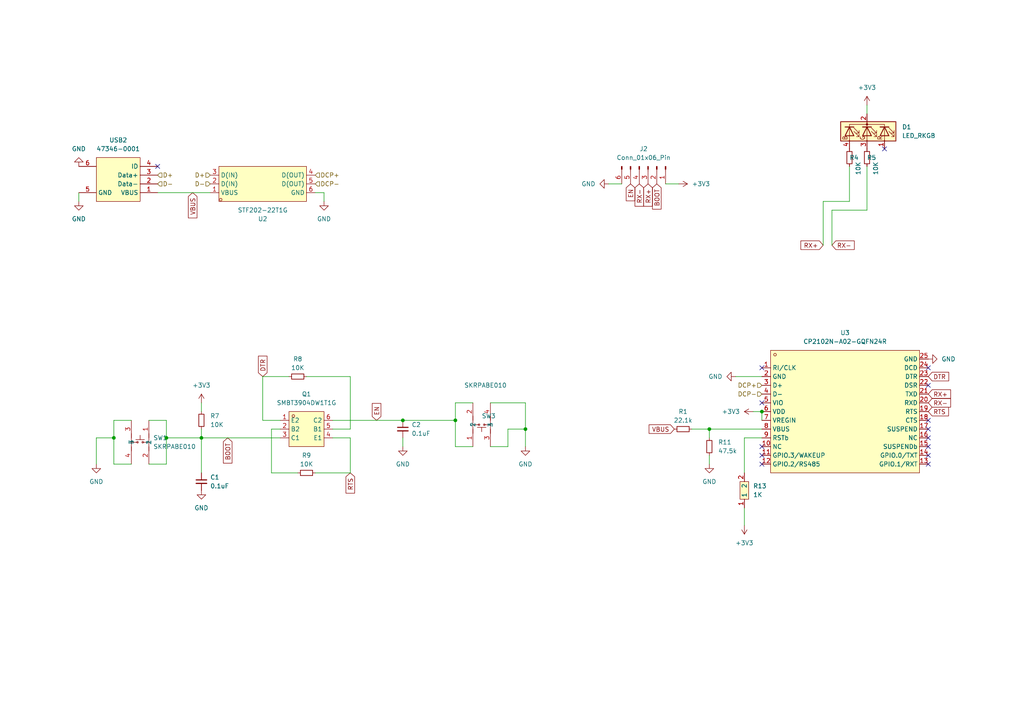
<source format=kicad_sch>
(kicad_sch (version 20230121) (generator eeschema)
  (paper "A4")
  (lib_symbols
    (symbol "Connector:Conn_01x06_Pin" (pin_names (offset 1.016) hide)
      (property "Reference" "J" (at 0 7.62 0))
      (property "Value" "Conn_01x06_Pin" (at 0 -10.16 0))
      (symbol "Conn_01x06_Pin_1_1"
        (polyline (pts (xy 1.27 -7.62) (xy 0.8636 -7.62)) (stroke (width 0.1524)))
        (polyline (pts (xy 1.27 -5.08) (xy 0.8636 -5.08)) (stroke (width 0.1524)))
        (polyline (pts (xy 1.27 -2.54) (xy 0.8636 -2.54)) (stroke (width 0.1524)))
        (polyline (pts (xy 1.27 0) (xy 0.8636 0)) (stroke (width 0.1524)))
        (polyline (pts (xy 1.27 2.54) (xy 0.8636 2.54)) (stroke (width 0.1524)))
        (polyline (pts (xy 1.27 5.08) (xy 0.8636 5.08)) (stroke (width 0.1524)))
        (rectangle (start 0.8636 -7.493) (end 0 -7.747) (stroke (width 0.1524)) (fill (type outline)))
        (rectangle (start 0.8636 -4.953) (end 0 -5.207) (stroke (width 0.1524)) (fill (type outline)))
        (rectangle (start 0.8636 -2.413) (end 0 -2.667) (stroke (width 0.1524)) (fill (type outline)))
        (rectangle (start 0.8636 0.127) (end 0 -0.127) (stroke (width 0.1524)) (fill (type outline)))
        (rectangle (start 0.8636 2.667) (end 0 2.413) (stroke (width 0.1524)) (fill (type outline)))
        (rectangle (start 0.8636 5.207) (end 0 4.953) (stroke (width 0.1524)) (fill (type outline)))
        (pin passive line (at 5.08 5.08 180) (length 3.81) (name "Pin_1") (number "1"))
        (pin passive line (at 5.08 2.54 180) (length 3.81) (name "Pin_2") (number "2"))
        (pin passive line (at 5.08 0 180) (length 3.81) (name "Pin_3") (number "3"))
        (pin passive line (at 5.08 -2.54 180) (length 3.81) (name "Pin_4") (number "4"))
        (pin passive line (at 5.08 -5.08 180) (length 3.81) (name "Pin_5") (number "5"))
        (pin passive line (at 5.08 -7.62 180) (length 3.81) (name "Pin_6") (number "6"))
      )
    )
    (symbol "Device:C_Small" (pin_numbers hide) (pin_names (offset 0.254) hide)
      (property "Reference" "C" (at 0.254 1.778 0))
      (property "Value" "C_Small" (at 0.254 -2.032 0))
      (symbol "C_Small_0_1"
        (polyline (pts (xy -1.524 -0.508) (xy 1.524 -0.508)) (stroke (width 0.3302)))
        (polyline (pts (xy -1.524 0.508) (xy 1.524 0.508)) (stroke (width 0.3048)))
      )
      (symbol "C_Small_1_1"
        (pin passive line (at 0 2.54 270) (length 2.032) (name "~") (number "1"))
        (pin passive line (at 0 -2.54 90) (length 2.032) (name "~") (number "2"))
      )
    )
    (symbol "Device:LED_RKGB" (pin_names (offset 0) hide)
      (property "Reference" "D" (at 0 9.398 0))
      (property "Value" "LED_RKGB" (at 0 -8.89 0))
      (symbol "LED_RKGB_0_0"
        (text "B" (at 1.905 -6.35 0) (effects (font (size 1.27 1.27))))
        (text "G" (at 1.905 -1.27 0) (effects (font (size 1.27 1.27))))
        (text "R" (at 1.905 3.81 0) (effects (font (size 1.27 1.27))))
      )
      (symbol "LED_RKGB_0_1"
        (circle (center -2.032 0) (radius 0.254) (fill (type outline)))
        (polyline (pts (xy -1.27 -5.08) (xy 1.27 -5.08)))
        (polyline (pts (xy -1.27 -3.81) (xy -1.27 -6.35)) (stroke (width 0.254)))
        (polyline (pts (xy -1.27 0) (xy -2.54 0)))
        (polyline (pts (xy -1.27 1.27) (xy -1.27 -1.27)) (stroke (width 0.254)))
        (polyline (pts (xy -1.27 5.08) (xy 1.27 5.08)))
        (polyline (pts (xy -1.27 6.35) (xy -1.27 3.81)) (stroke (width 0.254)))
        (polyline (pts (xy 1.27 -5.08) (xy 2.54 -5.08)))
        (polyline (pts (xy 1.27 0) (xy -1.27 0)))
        (polyline (pts (xy 1.27 0) (xy 2.54 0)))
        (polyline (pts (xy 1.27 5.08) (xy 2.54 5.08)))
        (polyline (pts (xy -1.27 1.27) (xy -1.27 -1.27) (xy -1.27 -1.27)))
        (polyline (pts (xy -1.27 6.35) (xy -1.27 3.81) (xy -1.27 3.81)))
        (polyline (pts (xy -1.27 5.08) (xy -2.032 5.08) (xy -2.032 -5.08) (xy -1.016 -5.08)))
        (polyline (pts (xy 1.27 -3.81) (xy 1.27 -6.35) (xy -1.27 -5.08) (xy 1.27 -3.81)) (stroke (width 0.254)))
        (polyline (pts (xy 1.27 1.27) (xy 1.27 -1.27) (xy -1.27 0) (xy 1.27 1.27)) (stroke (width 0.254)))
        (polyline (pts (xy 1.27 6.35) (xy 1.27 3.81) (xy -1.27 5.08) (xy 1.27 6.35)) (stroke (width 0.254)))
        (polyline (pts (xy -1.016 -3.81) (xy 0.508 -2.286) (xy -0.254 -2.286) (xy 0.508 -2.286) (xy 0.508 -3.048)))
        (polyline (pts (xy -1.016 1.27) (xy 0.508 2.794) (xy -0.254 2.794) (xy 0.508 2.794) (xy 0.508 2.032)))
        (polyline (pts (xy -1.016 6.35) (xy 0.508 7.874) (xy -0.254 7.874) (xy 0.508 7.874) (xy 0.508 7.112)))
        (polyline (pts (xy 0 -3.81) (xy 1.524 -2.286) (xy 0.762 -2.286) (xy 1.524 -2.286) (xy 1.524 -3.048)))
        (polyline (pts (xy 0 1.27) (xy 1.524 2.794) (xy 0.762 2.794) (xy 1.524 2.794) (xy 1.524 2.032)))
        (polyline (pts (xy 0 6.35) (xy 1.524 7.874) (xy 0.762 7.874) (xy 1.524 7.874) (xy 1.524 7.112)))
        (rectangle (start 1.27 -1.27) (end 1.27 1.27))
        (rectangle (start 1.27 1.27) (end 1.27 1.27))
        (rectangle (start 1.27 3.81) (end 1.27 6.35))
        (rectangle (start 1.27 6.35) (end 1.27 6.35))
        (rectangle (start 2.794 8.382) (end -2.794 -7.62) (stroke (width 0.254)) (fill (type background)))
      )
      (symbol "LED_RKGB_1_1"
        (pin passive line (at 5.08 5.08 180) (length 2.54) (name "RA") (number "1"))
        (pin passive line (at -5.08 0 0) (length 2.54) (name "K") (number "2"))
        (pin passive line (at 5.08 0 180) (length 2.54) (name "GA") (number "3"))
        (pin passive line (at 5.08 -5.08 180) (length 2.54) (name "BA") (number "4"))
      )
    )
    (symbol "Device:R_Small" (pin_numbers hide) (pin_names (offset 0.254) hide)
      (property "Reference" "R" (at 0.762 0.508 0))
      (property "Value" "R_Small" (at 0.762 -1.016 0))
      (symbol "R_Small_0_1"
        (rectangle (start -0.762 1.778) (end 0.762 -1.778) (stroke (width 0.2032)))
      )
      (symbol "R_Small_1_1"
        (pin passive line (at 0 2.54 270) (length 0.762) (name "~") (number "1"))
        (pin passive line (at 0 -2.54 90) (length 0.762) (name "~") (number "2"))
      )
    )
    (symbol "easyeda2kicad:47346-0001"
      (property "Reference" "USB" (at 0 8.89 0))
      (property "Value" "47346-0001" (at 0 -8.89 0))
      (symbol "47346-0001_0_1"
        (rectangle (start -6.35 6.35) (end 6.35 -6.35) (fill (type background)))
        (pin bidirectional line (at -11.43 3.81 0) (length 5.08) (name "VBUS") (number "1"))
        (pin input line (at -11.43 1.27 0) (length 5.08) (name "Data-") (number "2"))
        (pin input line (at -11.43 -1.27 0) (length 5.08) (name "Data+") (number "3"))
        (pin bidirectional line (at -11.43 -3.81 0) (length 5.08) (name "ID") (number "4"))
        (pin bidirectional line (at 11.43 3.81 180) (length 5.08) (name "GND") (number "5"))
        (pin unspecified line (at 11.43 -3.81 180) (length 5.08) (name "") (number "6"))
      )
    )
    (symbol "easyeda2kicad:CP2102N-A02-GQFN24R"
      (property "Reference" "U" (at 0 20.32 0))
      (property "Value" "CP2102N-A02-GQFN24R" (at 0 -20.32 0))
      (symbol "CP2102N-A02-GQFN24R_0_1"
        (rectangle (start -21.59 17.78) (end 21.59 -17.78) (fill (type background)))
        (circle (center -20.32 16.51) (radius 0.38))
        (pin unspecified line (at -24.13 12.7 0) (length 2.54) (name "RI/CLK") (number "1"))
        (pin unspecified line (at -24.13 -10.16 0) (length 2.54) (name "NC") (number "10"))
        (pin unspecified line (at -24.13 -12.7 0) (length 2.54) (name "GPIO.3/WAKEUP") (number "11"))
        (pin unspecified line (at -24.13 -15.24 0) (length 2.54) (name "GPIO.2/RS485") (number "12"))
        (pin unspecified line (at 24.13 -15.24 180) (length 2.54) (name "GPIO.1/RXT") (number "13"))
        (pin unspecified line (at 24.13 -12.7 180) (length 2.54) (name "GPIO.0/TXT") (number "14"))
        (pin unspecified line (at 24.13 -10.16 180) (length 2.54) (name "SUSPENDb") (number "15"))
        (pin unspecified line (at 24.13 -7.62 180) (length 2.54) (name "NC") (number "16"))
        (pin unspecified line (at 24.13 -5.08 180) (length 2.54) (name "SUSPEND") (number "17"))
        (pin unspecified line (at 24.13 -2.54 180) (length 2.54) (name "CTS") (number "18"))
        (pin unspecified line (at 24.13 0 180) (length 2.54) (name "RTS") (number "19"))
        (pin unspecified line (at -24.13 10.16 0) (length 2.54) (name "GND") (number "2"))
        (pin unspecified line (at 24.13 2.54 180) (length 2.54) (name "RXD") (number "20"))
        (pin unspecified line (at 24.13 5.08 180) (length 2.54) (name "TXD") (number "21"))
        (pin unspecified line (at 24.13 7.62 180) (length 2.54) (name "DSR") (number "22"))
        (pin unspecified line (at 24.13 10.16 180) (length 2.54) (name "DTR") (number "23"))
        (pin unspecified line (at 24.13 12.7 180) (length 2.54) (name "DCD") (number "24"))
        (pin unspecified line (at 24.13 15.24 180) (length 2.54) (name "GND") (number "25"))
        (pin unspecified line (at -24.13 7.62 0) (length 2.54) (name "D+") (number "3"))
        (pin unspecified line (at -24.13 5.08 0) (length 2.54) (name "D-") (number "4"))
        (pin unspecified line (at -24.13 2.54 0) (length 2.54) (name "VIO") (number "5"))
        (pin unspecified line (at -24.13 0 0) (length 2.54) (name "VDD") (number "6"))
        (pin unspecified line (at -24.13 -2.54 0) (length 2.54) (name "VREGIN") (number "7"))
        (pin unspecified line (at -24.13 -5.08 0) (length 2.54) (name "VBUS") (number "8"))
        (pin unspecified line (at -24.13 -7.62 0) (length 2.54) (name "RSTb") (number "9"))
      )
    )
    (symbol "easyeda2kicad:ERJ-1GEF1001C"
      (property "Reference" "R" (at 0 5.08 0))
      (property "Value" "ERJ-1GEF1001C" (at 0 -5.08 0))
      (symbol "ERJ-1GEF1001C_0_1"
        (rectangle (start -2.54 1.27) (end 2.54 -1.27) (fill (type background)))
        (pin unspecified line (at -5.08 0 0) (length 2.54) (name "1") (number "1"))
        (pin unspecified line (at 5.08 0 180) (length 2.54) (name "2") (number "2"))
      )
    )
    (symbol "easyeda2kicad:SKRPABE010"
      (property "Reference" "SW" (at 0 7.62 0))
      (property "Value" "SKRPABE010" (at 0 -7.62 0))
      (symbol "SKRPABE010_0_1"
        (circle (center 0 -0.76) (radius 0.25))
        (polyline (pts (xy -2.54 -2.54) (xy 2.54 -2.54)))
        (polyline (pts (xy -2.54 2.54) (xy 2.54 2.54)))
        (polyline (pts (xy -0.76 -1.27) (xy -0.76 1.27)))
        (polyline (pts (xy -0.76 0) (xy -2.03 0)))
        (polyline (pts (xy 0 -2.54) (xy 0 -0.76)))
        (polyline (pts (xy 0 1.52) (xy 0 0.76)))
        (polyline (pts (xy 0 2.54) (xy 0 1.52)))
        (circle (center 0 0.76) (radius 0.25))
        (pin unspecified line (at -6.35 2.54 0) (length 5.08) (name "1") (number "1"))
        (pin unspecified line (at 6.35 2.54 180) (length 5.08) (name "2") (number "2"))
        (pin unspecified line (at -6.35 -2.54 0) (length 5.08) (name "3") (number "3"))
        (pin unspecified line (at 6.35 -2.54 180) (length 5.08) (name "4") (number "4"))
      )
    )
    (symbol "easyeda2kicad:SMBT3904DW1T1G"
      (property "Reference" "Q" (at 0 7.62 0))
      (property "Value" "SMBT3904DW1T1G" (at 0 -7.62 0))
      (symbol "SMBT3904DW1T1G_0_1"
        (rectangle (start -5.08 5.08) (end 5.08 -5.08) (fill (type background)))
        (circle (center -3.81 3.81) (radius 0.38))
        (pin unspecified line (at -7.62 2.54 0) (length 2.54) (name "E2") (number "1"))
        (pin unspecified line (at -7.62 0 0) (length 2.54) (name "B2") (number "2"))
        (pin unspecified line (at -7.62 -2.54 0) (length 2.54) (name "C1") (number "3"))
        (pin unspecified line (at 7.62 -2.54 180) (length 2.54) (name "E1") (number "4"))
        (pin unspecified line (at 7.62 0 180) (length 2.54) (name "B1") (number "5"))
        (pin unspecified line (at 7.62 2.54 180) (length 2.54) (name "C2") (number "6"))
      )
    )
    (symbol "easyeda2kicad:STF202-22T1G"
      (property "Reference" "U" (at 0 7.62 0))
      (property "Value" "STF202-22T1G" (at 0 -7.62 0))
      (symbol "STF202-22T1G_0_1"
        (rectangle (start -12.7 5.08) (end 12.7 -5.08) (fill (type background)))
        (circle (center -12.19 4.57) (radius 0.38))
        (pin unspecified line (at -15.24 2.54 0) (length 2.54) (name "VBUS") (number "1"))
        (pin unspecified line (at -15.24 0 0) (length 2.54) (name "D(IN)") (number "2"))
        (pin unspecified line (at -15.24 -2.54 0) (length 2.54) (name "D(IN)") (number "3"))
        (pin unspecified line (at 15.24 -2.54 180) (length 2.54) (name "D(OUT)") (number "4"))
        (pin unspecified line (at 15.24 0 180) (length 2.54) (name "D(OUT)") (number "5"))
        (pin unspecified line (at 15.24 2.54 180) (length 2.54) (name "GND") (number "6"))
      )
    )
    (symbol "power:+3V3" (power) (pin_names (offset 0))
      (property "Value" "+3V3" (at 0 3.556 0))
      (symbol "+3V3_0_1"
        (polyline (pts (xy -0.762 1.27) (xy 0 2.54)))
        (polyline (pts (xy 0 0) (xy 0 2.54)))
        (polyline (pts (xy 0 2.54) (xy 0.762 1.27)))
      )
      (symbol "+3V3_1_1"
        (pin power_in line (at 0 0 90) (length 0) hide (name "+3V3") (number "1"))
      )
    )
    (symbol "power:GND" (power) (pin_names (offset 0))
      (property "Value" "GND" (at 0 -3.81 0))
      (symbol "GND_0_1"
        (polyline (pts (xy 0 0) (xy 0 -1.27) (xy 1.27 -1.27) (xy 0 -2.54) (xy -1.27 -1.27) (xy 0 -1.27)))
      )
      (symbol "GND_1_1"
        (pin power_in line (at 0 0 270) (length 0) hide (name "GND") (number "1"))
      )
    )
  )
  (junction (at 116.84 121.92))
  (junction (at 152.4 124.46))
  (junction (at 205.74 124.46))
  (junction (at 58.42 127))
  (junction (at 220.98 119.38))
  (junction (at 33.02 127))
  (junction (at 132.08 121.92))
  (junction (at 48.26 127))
  (no_connect (at 269.24 132.08))
  (no_connect (at 269.24 121.92))
  (no_connect (at 220.98 106.68))
  (no_connect (at 269.24 127))
  (no_connect (at 220.98 129.54))
  (no_connect (at 269.24 111.76))
  (no_connect (at 269.24 124.46))
  (no_connect (at 220.98 132.08))
  (no_connect (at 269.24 129.54))
  (no_connect (at 256.54 43.18))
  (no_connect (at 269.24 106.68))
  (no_connect (at 220.98 134.62))
  (no_connect (at 220.98 116.84))
  (no_connect (at 269.24 134.62))
  (no_connect (at 45.72 48.26))
  (wire (pts (xy 33.02 134.62) (xy 33.02 127)))
  (wire (pts (xy 38.1 121.92) (xy 33.02 121.92)))
  (wire (pts (xy 142.24 116.84) (xy 152.4 116.84)))
  (wire (pts (xy 246.38 48.26) (xy 246.38 58.42)))
  (wire (pts (xy 251.46 60.96) (xy 251.46 48.26)))
  (wire (pts (xy 76.2 109.22) (xy 76.2 121.92)))
  (wire (pts (xy 147.32 124.46) (xy 152.4 124.46)))
  (wire (pts (xy 58.42 127) (xy 48.26 127)))
  (wire (pts (xy 38.1 134.62) (xy 33.02 134.62)))
  (wire (pts (xy 200.66 124.46) (xy 205.74 124.46)))
  (wire (pts (xy 116.84 121.92) (xy 132.08 121.92)))
  (wire (pts (xy 251.46 30.48) (xy 251.46 33.02)))
  (wire (pts (xy 132.08 121.92) (xy 132.08 116.84)))
  (wire (pts (xy 241.3 60.96) (xy 241.3 71.12)))
  (wire (pts (xy 193.04 53.34) (xy 196.85 53.34)))
  (wire (pts (xy 152.4 116.84) (xy 152.4 124.46)))
  (wire (pts (xy 96.52 127) (xy 101.6 127)))
  (wire (pts (xy 142.24 129.54) (xy 147.32 129.54)))
  (wire (pts (xy 101.6 109.22) (xy 101.6 124.46)))
  (wire (pts (xy 91.44 55.88) (xy 93.98 55.88)))
  (wire (pts (xy 152.4 124.46) (xy 152.4 129.54)))
  (wire (pts (xy 132.08 121.92) (xy 132.08 129.54)))
  (wire (pts (xy 132.08 129.54) (xy 137.16 129.54)))
  (wire (pts (xy 101.6 137.16) (xy 91.44 137.16)))
  (wire (pts (xy 238.76 58.42) (xy 238.76 71.12)))
  (wire (pts (xy 58.42 116.84) (xy 58.42 119.38)))
  (wire (pts (xy 213.36 109.22) (xy 220.98 109.22)))
  (wire (pts (xy 86.36 137.16) (xy 78.74 137.16)))
  (wire (pts (xy 58.42 124.46) (xy 58.42 127)))
  (wire (pts (xy 48.26 127) (xy 48.26 134.62)))
  (wire (pts (xy 220.98 119.38) (xy 220.98 121.92)))
  (wire (pts (xy 58.42 127) (xy 58.42 137.16)))
  (wire (pts (xy 205.74 132.08) (xy 205.74 134.62)))
  (wire (pts (xy 96.52 121.92) (xy 116.84 121.92)))
  (wire (pts (xy 101.6 127) (xy 101.6 137.16)))
  (wire (pts (xy 101.6 124.46) (xy 96.52 124.46)))
  (wire (pts (xy 218.44 119.38) (xy 220.98 119.38)))
  (wire (pts (xy 43.18 134.62) (xy 48.26 134.62)))
  (wire (pts (xy 27.94 127) (xy 27.94 134.62)))
  (wire (pts (xy 58.42 127) (xy 81.28 127)))
  (wire (pts (xy 88.9 109.22) (xy 101.6 109.22)))
  (wire (pts (xy 215.9 147.32) (xy 215.9 152.4)))
  (wire (pts (xy 215.9 127) (xy 220.98 127)))
  (wire (pts (xy 45.72 55.88) (xy 60.96 55.88)))
  (wire (pts (xy 132.08 116.84) (xy 137.16 116.84)))
  (wire (pts (xy 43.18 121.92) (xy 48.26 121.92)))
  (wire (pts (xy 78.74 137.16) (xy 78.74 124.46)))
  (wire (pts (xy 215.9 137.16) (xy 215.9 127)))
  (wire (pts (xy 78.74 124.46) (xy 81.28 124.46)))
  (wire (pts (xy 22.86 55.88) (xy 22.86 58.42)))
  (wire (pts (xy 76.2 109.22) (xy 83.82 109.22)))
  (wire (pts (xy 147.32 129.54) (xy 147.32 124.46)))
  (wire (pts (xy 176.53 53.34) (xy 180.34 53.34)))
  (wire (pts (xy 205.74 124.46) (xy 220.98 124.46)))
  (wire (pts (xy 33.02 127) (xy 27.94 127)))
  (wire (pts (xy 205.74 124.46) (xy 205.74 127)))
  (wire (pts (xy 241.3 60.96) (xy 251.46 60.96)))
  (wire (pts (xy 246.38 58.42) (xy 238.76 58.42)))
  (wire (pts (xy 33.02 121.92) (xy 33.02 127)))
  (wire (pts (xy 48.26 127) (xy 48.26 121.92)))
  (wire (pts (xy 81.28 121.92) (xy 76.2 121.92)))
  (wire (pts (xy 93.98 55.88) (xy 93.98 58.42)))
  (wire (pts (xy 116.84 127) (xy 116.84 129.54)))
  (global_label "VBUS" (shape input) (at 195.58 124.46 180) (property "Intersheetrefs" "${INTERSHEET_REFS}" (effects hide)))
  (global_label "EN" (shape input) (at 182.88 53.34 270) (property "Intersheetrefs" "${INTERSHEET_REFS}" (effects hide)))
  (global_label "DTR" (shape input) (at 76.2 109.22 90) (property "Intersheetrefs" "${INTERSHEET_REFS}" (effects hide)))
  (global_label "RTS" (shape input) (at 101.6 137.16 270) (property "Intersheetrefs" "${INTERSHEET_REFS}" (effects hide)))
  (global_label "RX-" (shape input) (at 241.3 71.12 0) (property "Intersheetrefs" "${INTERSHEET_REFS}" (effects hide)))
  (global_label "BOOT" (shape input) (at 66.04 127 270) (property "Intersheetrefs" "${INTERSHEET_REFS}" (effects hide)))
  (global_label "EN" (shape input) (at 109.22 121.92 90) (property "Intersheetrefs" "${INTERSHEET_REFS}" (effects hide)))
  (global_label "DTR" (shape input) (at 269.24 109.22 0) (property "Intersheetrefs" "${INTERSHEET_REFS}" (effects hide)))
  (global_label "RX+" (shape input) (at 187.96 53.34 270) (property "Intersheetrefs" "${INTERSHEET_REFS}" (effects hide)))
  (global_label "VBUS" (shape input) (at 55.88 55.88 270) (property "Intersheetrefs" "${INTERSHEET_REFS}" (effects hide)))
  (global_label "RX-" (shape input) (at 185.42 53.34 270) (property "Intersheetrefs" "${INTERSHEET_REFS}" (effects hide)))
  (global_label "BOOT" (shape input) (at 190.5 53.34 270) (property "Intersheetrefs" "${INTERSHEET_REFS}" (effects hide)))
  (global_label "RX+" (shape input) (at 238.76 71.12 180) (property "Intersheetrefs" "${INTERSHEET_REFS}" (effects hide)))
  (global_label "RX-" (shape input) (at 269.24 116.84 0) (property "Intersheetrefs" "${INTERSHEET_REFS}" (effects hide)))
  (global_label "RTS" (shape input) (at 269.24 119.38 0) (property "Intersheetrefs" "${INTERSHEET_REFS}" (effects hide)))
  (global_label "RX+" (shape input) (at 269.24 114.3 0) (property "Intersheetrefs" "${INTERSHEET_REFS}" (effects hide)))
  (hierarchical_label "DCP+" (shape input) (at 220.98 111.76 180))
  (hierarchical_label "DCP+" (shape input) (at 91.44 50.8 0))
  (hierarchical_label "D-" (shape input) (at 60.96 53.34 180))
  (hierarchical_label "D-" (shape input) (at 45.72 53.34 0))
  (hierarchical_label "D+" (shape input) (at 45.72 50.8 0))
  (hierarchical_label "D+" (shape input) (at 60.96 50.8 180))
  (hierarchical_label "DCP-" (shape input) (at 91.44 53.34 0))
  (hierarchical_label "DCP-" (shape input) (at 220.98 114.3 180))
  (symbol (lib_id "Connector:Conn_01x06_Pin") (at 187.96 48.26 270) (unit 1)
    (property "Reference" "J2" (at 186.69 43.18 90))
    (property "Value" "Conn_01x06_Pin" (at 186.69 45.72 90))
    (property "Footprint" "Connector_PinHeader_2.54mm:PinHeader_1x06_P2.54mm_Vertical" (effects hide))
  )
  (symbol (lib_id "Device:R_Small") (at 58.42 121.92 0) (unit 1)
    (property "Reference" "R7" (at 60.96 120.65 0) (effects (justify left)))
    (property "Value" "10K" (at 60.96 123.19 0) (effects (justify left)))
    (property "Footprint" "Resistor_SMD:R_0402_1005Metric_Pad0.72x0.64mm_HandSolder" (effects hide))
  )
  (symbol (lib_id "power:GND") (at 116.84 129.54 0) (unit 1)
    (property "Reference" "#PWR011" (effects hide))
    (property "Value" "GND" (at 116.84 134.62 0))
  )
  (symbol (lib_id "Device:LED_RKGB") (at 251.46 38.1 270) (unit 1)
    (property "Reference" "D1" (at 261.62 36.83 90) (effects (justify left)))
    (property "Value" "LED_RKGB" (at 261.62 39.37 90) (effects (justify left)))
    (property "Footprint" "LED_SMD:LED_Cree-PLCC4_3.2x2.8mm_CCW" (effects hide))
  )
  (symbol (lib_id "power:GND") (at 27.94 134.62 0) (unit 1)
    (property "Reference" "#PWR015" (effects hide))
    (property "Value" "GND" (at 27.94 139.7 0))
  )
  (symbol (lib_id "power:GND") (at 93.98 58.42 0) (unit 1)
    (property "Reference" "#PWR08" (effects hide))
    (property "Value" "GND" (at 93.98 63.5 0))
  )
  (symbol (lib_id "Device:R_Small") (at 88.9 137.16 90) (unit 1)
    (property "Reference" "R9" (at 88.9 132.08 90))
    (property "Value" "10K" (at 88.9 134.62 90))
    (property "Footprint" "Resistor_SMD:R_0402_1005Metric_Pad0.72x0.64mm_HandSolder" (effects hide))
  )
  (symbol (lib_id "easyeda2kicad:47346-0001") (at 34.29 52.07 180) (unit 1)
    (property "Reference" "USB2" (at 34.29 40.64 0))
    (property "Value" "47346-0001" (at 34.29 43.18 0))
    (property "Footprint" "easyeda2kicad:MICRO-USB-SMD_47346-0001" (effects hide))
    (property "Datasheet" "https://lcsc.com/product-detail/USB-Connectors_MOLEX_47346-0001_47346-0001_C132560.html" (effects hide))
    (property "LCSC Part" "C132560" (effects hide))
  )
  (symbol (lib_id "Device:R_Small") (at 246.38 45.72 0) (unit 1)
    (property "Reference" "R4" (at 246.38 45.72 0) (effects (justify left)))
    (property "Value" "10K" (at 248.92 50.8 90) (effects (justify left)))
    (property "Footprint" "Resistor_SMD:R_0402_1005Metric_Pad0.72x0.64mm_HandSolder" (effects hide))
  )
  (symbol (lib_id "easyeda2kicad:ERJ-1GEF1001C") (at 215.9 142.24 90) (unit 1)
    (property "Reference" "R13" (at 218.44 140.97 90) (effects (justify right)))
    (property "Value" "1K" (at 218.44 143.51 90) (effects (justify right)))
    (property "Footprint" "Resistor_SMD:R_0402_1005Metric_Pad0.72x0.64mm_HandSolder" (effects hide))
    (property "LCSC Part" "C2096444" (effects hide))
  )
  (symbol (lib_id "power:GND") (at 176.53 53.34 270) (unit 1)
    (property "Reference" "#PWR01" (effects hide))
    (property "Value" "GND" (at 172.72 53.34 90) (effects (justify right)))
  )
  (symbol (lib_id "Device:C_Small") (at 58.42 139.7 0) (unit 1)
    (property "Reference" "C1" (at 60.96 138.4363 0) (effects (justify left)))
    (property "Value" "0.1uF" (at 60.96 140.9763 0) (effects (justify left)))
    (property "Footprint" "Capacitor_SMD:C_0603_1608Metric_Pad1.08x0.95mm_HandSolder" (effects hide))
  )
  (symbol (lib_id "power:+3V3") (at 215.9 152.4 180) (unit 1)
    (property "Reference" "#PWR020" (effects hide))
    (property "Value" "+3V3" (at 215.9 157.48 0))
  )
  (symbol (lib_id "easyeda2kicad:SKRPABE010") (at 40.64 128.27 270) (unit 1)
    (property "Reference" "SW1" (at 44.45 127 90) (effects (justify left)))
    (property "Value" "SKRPABE010" (at 44.45 129.54 90) (effects (justify left)))
    (property "Footprint" "easyeda2kicad:KEY-SMD_4P-L4.2-W3.2-P2.20-LS4.6" (effects hide))
    (property "Datasheet" "https://lcsc.com/product-detail/Tactile-Switches_ALPS_SKRPABE010_3-2-4-2-2-5-1-57N_C115360.html" (effects hide))
    (property "LCSC Part" "C115360" (effects hide))
  )
  (symbol (lib_id "easyeda2kicad:SMBT3904DW1T1G") (at 88.9 124.46 0) (unit 1)
    (property "Reference" "Q1" (at 88.9 114.3 0))
    (property "Value" "SMBT3904DW1T1G" (at 88.9 116.84 0))
    (property "Footprint" "easyeda2kicad:SOT-363_L2.0-W1.3-P0.65-LS2.1-BL" (effects hide))
    (property "Datasheet" "https://lcsc.com/product-detail/Transistors-NPN-PNP_ON-Semicon-ON-SMBT3904DW1T1G_C462957.html" (effects hide))
    (property "LCSC Part" "C462957" (effects hide))
  )
  (symbol (lib_id "power:GND") (at 213.36 109.22 270) (unit 1)
    (property "Reference" "#PWR09" (effects hide))
    (property "Value" "GND" (at 209.55 109.22 90) (effects (justify right)))
  )
  (symbol (lib_id "power:GND") (at 152.4 129.54 0) (unit 1)
    (property "Reference" "#PWR012" (effects hide))
    (property "Value" "GND" (at 152.4 134.62 0))
  )
  (symbol (lib_id "easyeda2kicad:SKRPABE010") (at 139.7 123.19 90) (unit 1)
    (property "Reference" "SW3" (at 139.7 120.65 90) (effects (justify right)))
    (property "Value" "SKRPABE010" (at 134.62 111.76 90) (effects (justify right)))
    (property "Footprint" "easyeda2kicad:KEY-SMD_4P-L4.2-W3.2-P2.20-LS4.6" (effects hide))
    (property "Datasheet" "https://lcsc.com/product-detail/Tactile-Switches_ALPS_SKRPABE010_3-2-4-2-2-5-1-57N_C115360.html" (effects hide))
    (property "LCSC Part" "C115360" (effects hide))
  )
  (symbol (lib_id "power:GND") (at 22.86 48.26 180) (unit 1)
    (property "Reference" "#PWR010" (effects hide))
    (property "Value" "GND" (at 22.86 43.18 0))
  )
  (symbol (lib_id "easyeda2kicad:STF202-22T1G") (at 76.2 53.34 0) (mirror x) (unit 1)
    (property "Reference" "U2" (at 76.2 63.5 0))
    (property "Value" "STF202-22T1G" (at 76.2 60.96 0))
    (property "Footprint" "easyeda2kicad:TSOP-6_L3.0-W1.5-P0.95-LS2.8-BL" (effects hide))
    (property "Datasheet" "https://lcsc.com/product-detail/_ON-Semicon_STF202-22T1G_ON-Semicon-ON-STF202-22T1G_C233431.html" (effects hide))
    (property "LCSC Part" "C233431" (effects hide))
  )
  (symbol (lib_id "power:GND") (at 22.86 58.42 0) (unit 1)
    (property "Reference" "#PWR07" (effects hide))
    (property "Value" "GND" (at 22.86 63.5 0))
  )
  (symbol (lib_id "Device:C_Small") (at 116.84 124.46 0) (unit 1)
    (property "Reference" "C2" (at 119.38 123.1963 0) (effects (justify left)))
    (property "Value" "0.1uF" (at 119.38 125.7363 0) (effects (justify left)))
    (property "Footprint" "Capacitor_SMD:C_0603_1608Metric_Pad1.08x0.95mm_HandSolder" (effects hide))
  )
  (symbol (lib_id "power:+3V3") (at 251.46 30.48 0) (unit 1)
    (property "Reference" "#PWR06" (effects hide))
    (property "Value" "+3V3" (at 251.46 25.4 0))
  )
  (symbol (lib_id "power:+3V3") (at 196.85 53.34 270) (unit 1)
    (property "Reference" "#PWR02" (effects hide))
    (property "Value" "+3V3" (at 200.66 53.34 90) (effects (justify left)))
  )
  (symbol (lib_id "power:+3V3") (at 58.42 116.84 0) (unit 1)
    (property "Reference" "#PWR013" (effects hide))
    (property "Value" "+3V3" (at 58.42 111.76 0))
  )
  (symbol (lib_id "Device:R_Small") (at 86.36 109.22 90) (unit 1)
    (property "Reference" "R8" (at 86.36 104.14 90))
    (property "Value" "10K" (at 86.36 106.68 90))
    (property "Footprint" "Resistor_SMD:R_0402_1005Metric_Pad0.72x0.64mm_HandSolder" (effects hide))
  )
  (symbol (lib_id "power:GND") (at 58.42 142.24 0) (unit 1)
    (property "Reference" "#PWR014" (effects hide))
    (property "Value" "GND" (at 58.42 147.32 0))
  )
  (symbol (lib_id "power:GND") (at 269.24 104.14 90) (unit 1)
    (property "Reference" "#PWR018" (effects hide))
    (property "Value" "GND" (at 273.05 104.14 90) (effects (justify right)))
  )
  (symbol (lib_id "Device:R_Small") (at 205.74 129.54 180) (unit 1)
    (property "Reference" "R11" (at 208.28 128.27 0) (effects (justify right)))
    (property "Value" "47.5k" (at 208.28 130.81 0) (effects (justify right)))
    (property "Footprint" "Resistor_SMD:R_0402_1005Metric_Pad0.72x0.64mm_HandSolder" (effects hide))
  )
  (symbol (lib_id "power:+3V3") (at 218.44 119.38 90) (unit 1)
    (property "Reference" "#PWR019" (effects hide))
    (property "Value" "+3V3" (at 214.63 119.38 90) (effects (justify left)))
  )
  (symbol (lib_id "Device:R_Small") (at 251.46 45.72 0) (unit 1)
    (property "Reference" "R5" (at 251.46 45.72 0) (effects (justify left)))
    (property "Value" "10K" (at 254 50.8 90) (effects (justify left)))
    (property "Footprint" "Resistor_SMD:R_0402_1005Metric_Pad0.72x0.64mm_HandSolder" (effects hide))
  )
  (symbol (lib_id "power:GND") (at 205.74 134.62 0) (unit 1)
    (property "Reference" "#PWR016" (effects hide))
    (property "Value" "GND" (at 205.74 139.7 0))
  )
  (symbol (lib_id "Device:R_Small") (at 198.12 124.46 90) (unit 1)
    (property "Reference" "R1" (at 198.12 119.38 90))
    (property "Value" "22.1k" (at 198.12 121.92 90))
    (property "Footprint" "Resistor_SMD:R_0402_1005Metric_Pad0.72x0.64mm_HandSolder" (effects hide))
  )
  (symbol (lib_id "easyeda2kicad:CP2102N-A02-GQFN24R") (at 245.11 119.38 0) (unit 1)
    (property "Reference" "U3" (at 245.11 96.52 0))
    (property "Value" "CP2102N-A02-GQFN24R" (at 245.11 99.06 0))
    (property "Footprint" "easyeda2kicad:QFN-24_L4.0-W4.0-P0.50-TL-EP2.6" (effects hide))
    (property "LCSC Part" "C969151" (effects hide))
  )
)
</source>
